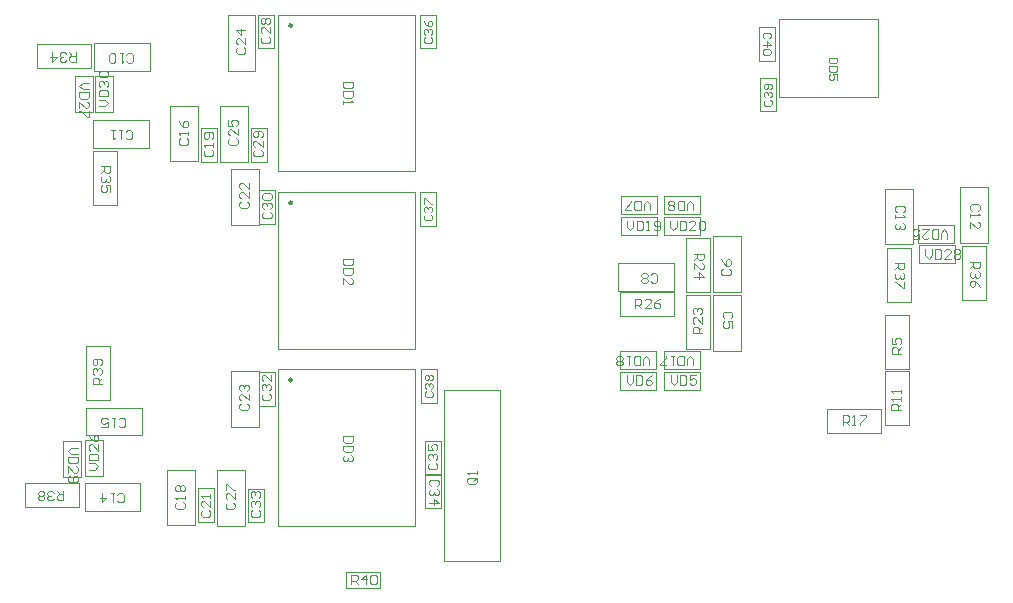
<source format=gbr>
%TF.GenerationSoftware,Altium Limited,Altium Designer,21.6.4 (81)*%
G04 Layer_Color=32768*
%FSLAX43Y43*%
%MOMM*%
%TF.SameCoordinates,C39744A4-4465-455E-AB15-BAA165A4C254*%
%TF.FilePolarity,Positive*%
%TF.FileFunction,Other,Top_Assembly*%
%TF.Part,Single*%
G01*
G75*
%TA.AperFunction,NonConductor*%
%ADD26C,0.254*%
%ADD49C,0.100*%
D26*
X30387Y18200D02*
G03*
X30387Y18200I-112J0D01*
G01*
Y48200D02*
G03*
X30387Y48200I-112J0D01*
G01*
Y33200D02*
G03*
X30387Y33200I-112J0D01*
G01*
D49*
X69912Y48059D02*
X71262D01*
X69912Y45209D02*
X71262D01*
Y48059D01*
X69912Y45209D02*
Y48059D01*
X69988Y40942D02*
X71338D01*
X69988Y43792D02*
X71338D01*
X69988Y40942D02*
Y43792D01*
X71338Y40942D02*
Y43792D01*
X71644Y42166D02*
Y48766D01*
X80044Y42166D02*
Y48766D01*
X71644D02*
X80044D01*
X71644Y42166D02*
X80044D01*
X26416Y5845D02*
Y10545D01*
X24066Y5845D02*
Y10545D01*
X26416D01*
X24066Y5845D02*
X26416D01*
X61908Y17374D02*
X64956D01*
X61908Y18898D02*
X64956D01*
Y17374D02*
Y18898D01*
X61908Y17374D02*
Y18898D01*
X58184Y17374D02*
X61232D01*
X58184Y18898D02*
X61232D01*
Y17374D02*
Y18898D01*
X58184Y17374D02*
Y18898D01*
X61857Y20625D02*
X64905D01*
X61857Y19101D02*
X64905D01*
X61857D02*
Y20625D01*
X64905Y19101D02*
Y20625D01*
X58149D02*
X61197D01*
X58149Y19101D02*
X61197D01*
X58149D02*
Y20625D01*
X61197Y19101D02*
Y20625D01*
X86987Y29784D02*
Y34484D01*
X89337Y29784D02*
Y34484D01*
X86987Y29784D02*
X89337D01*
X86987Y34484D02*
X89337D01*
X87146Y29497D02*
X89178D01*
X87146Y24925D02*
X89178D01*
Y29497D01*
X87146Y24925D02*
Y29497D01*
X58217Y33779D02*
X61265D01*
X58217Y32255D02*
X61265D01*
X58217D02*
Y33779D01*
X61265Y32255D02*
Y33779D01*
X58135Y23597D02*
Y25629D01*
X62707Y23597D02*
Y25629D01*
X58135D02*
X62707D01*
X58135Y23597D02*
X62707D01*
X14408Y10050D02*
Y13098D01*
X12884Y10050D02*
Y13098D01*
X14408D01*
X12884Y10050D02*
X14408D01*
X11029Y9964D02*
Y13012D01*
X12553Y9964D02*
Y13012D01*
X11029Y9964D02*
X12553D01*
X11029Y13012D02*
X12553D01*
X14974Y16533D02*
Y21105D01*
X12942Y16533D02*
Y21105D01*
X14974D01*
X12942Y16533D02*
X14974D01*
X12334Y7417D02*
Y9449D01*
X7762Y7417D02*
Y9449D01*
Y7417D02*
X12334D01*
X7762Y9449D02*
X12334D01*
X18338Y44359D02*
Y46709D01*
X13638Y44359D02*
Y46709D01*
Y44359D02*
X18338D01*
X13638Y46709D02*
X18338D01*
X11979Y40850D02*
Y43898D01*
X13503Y40850D02*
Y43898D01*
X11979Y40850D02*
X13503D01*
X11979Y43898D02*
X13503D01*
X15256Y40850D02*
Y43898D01*
X13732Y40850D02*
Y43898D01*
X15256D01*
X13732Y40850D02*
X15256D01*
X8804Y46591D02*
X13376D01*
X8804Y44559D02*
X13376D01*
X8804D02*
Y46591D01*
X13376Y44559D02*
Y46591D01*
X18266Y37846D02*
Y40196D01*
X13566Y37846D02*
Y40196D01*
Y37846D02*
X18266D01*
X13566Y40196D02*
X18266D01*
X26652Y36674D02*
Y41374D01*
X24302Y36674D02*
Y41374D01*
X26652D01*
X24302Y36674D02*
X26652D01*
X41685Y10146D02*
X43035D01*
X41685Y12996D02*
X43035D01*
X41685Y10146D02*
Y12996D01*
X43035Y10146D02*
Y12996D01*
X29175Y19100D02*
X40800D01*
X29175Y5850D02*
Y19100D01*
Y5850D02*
X40800D01*
Y19100D01*
X34973Y570D02*
Y1920D01*
X37823Y570D02*
Y1920D01*
X34973D02*
X37823D01*
X34973Y570D02*
X37823D01*
X19824Y5871D02*
X22174D01*
X19824Y10571D02*
X22174D01*
X19824Y5871D02*
Y10571D01*
X22174Y5871D02*
Y10571D01*
X26674Y6141D02*
X28024D01*
X26674Y8991D02*
X28024D01*
X26674Y6141D02*
Y8991D01*
X28024Y6141D02*
Y8991D01*
X22458Y6151D02*
X23808D01*
X22458Y9001D02*
X23808D01*
X22458Y6151D02*
Y9001D01*
X23808Y6151D02*
Y9001D01*
X29175Y49100D02*
X40800D01*
X29175Y35850D02*
Y49100D01*
Y35850D02*
X40800D01*
Y49100D01*
X43294Y2821D02*
X47994D01*
X43294D02*
Y10221D01*
Y17321D01*
X47994Y2821D02*
Y17321D01*
X43294D02*
X47994D01*
X41286Y16279D02*
X42636D01*
X41286Y19129D02*
X42636D01*
X41286Y16279D02*
Y19129D01*
X42636Y16279D02*
Y19129D01*
X41216Y31214D02*
X42566D01*
X41216Y34064D02*
X42566D01*
X41216Y31214D02*
Y34064D01*
X42566Y31214D02*
Y34064D01*
X41216Y46253D02*
X42566D01*
X41216Y49103D02*
X42566D01*
X41216Y46253D02*
Y49103D01*
X42566Y46253D02*
Y49103D01*
X28243Y36644D02*
Y39494D01*
X26893Y36644D02*
Y39494D01*
X28243D01*
X26893Y36644D02*
X28243D01*
X22444Y36697D02*
Y41397D01*
X20094Y36697D02*
Y41397D01*
X22444D01*
X20094Y36697D02*
X22444D01*
X24052Y36669D02*
Y39519D01*
X22702Y36669D02*
Y39519D01*
X24052D01*
X22702Y36669D02*
X24052D01*
X27591Y31338D02*
Y36038D01*
X25241Y31338D02*
Y36038D01*
X27591D01*
X25241Y31338D02*
X27591D01*
X28984Y31390D02*
Y34240D01*
X27634Y31390D02*
Y34240D01*
X28984D01*
X27634Y31390D02*
X28984D01*
X27297Y44378D02*
Y49078D01*
X24947Y44378D02*
Y49078D01*
X27297D01*
X24947Y44378D02*
X27297D01*
X28869Y46253D02*
Y49103D01*
X27519Y46253D02*
Y49103D01*
X28869D01*
X27519Y46253D02*
X28869D01*
X27574Y14236D02*
Y18936D01*
X25225Y14236D02*
Y18936D01*
X27574D01*
X25225Y14236D02*
X27574D01*
X28942Y16025D02*
Y18875D01*
X27592Y16025D02*
Y18875D01*
X28942D01*
X27592Y16025D02*
X28942D01*
X58026Y28074D02*
X62726D01*
X58026Y25724D02*
X62726D01*
X58026D02*
Y28074D01*
X62726Y25724D02*
Y28074D01*
X12963Y15838D02*
X17663D01*
X12963Y13488D02*
X17663D01*
X12963D02*
Y15838D01*
X17663Y13488D02*
Y15838D01*
X12861Y9462D02*
X17561D01*
X12861Y7112D02*
X17561D01*
X12861D02*
Y9462D01*
X17561Y7112D02*
Y9462D01*
X80612Y29657D02*
Y34357D01*
X82962Y29657D02*
Y34357D01*
X80612Y29657D02*
X82962D01*
X80612Y34357D02*
X82962D01*
X80771Y29388D02*
X82803D01*
X80771Y24816D02*
X82803D01*
Y29388D01*
X80771Y24816D02*
Y29388D01*
X86439Y29820D02*
Y31344D01*
X83391Y29820D02*
Y31344D01*
Y29820D02*
X86439D01*
X83391Y31344D02*
X86439D01*
X83477Y28049D02*
Y29573D01*
X86525Y28049D02*
Y29573D01*
X83477D02*
X86525D01*
X83477Y28049D02*
X86525D01*
X13547Y37574D02*
X15579D01*
X13547Y33002D02*
X15579D01*
Y37574D01*
X13547Y33002D02*
Y37574D01*
X40800Y20850D02*
Y34100D01*
X29175Y20850D02*
X40800D01*
X29175D02*
Y34100D01*
X40800D01*
X58217Y30452D02*
Y31976D01*
X61265Y30452D02*
Y31976D01*
X58217D02*
X61265D01*
X58217Y30452D02*
X61265D01*
X61866Y30451D02*
Y31975D01*
X64914Y30451D02*
Y31975D01*
X61866D02*
X64914D01*
X61866Y30451D02*
X64914D01*
Y32255D02*
Y33779D01*
X61866Y32255D02*
Y33779D01*
Y32255D02*
X64914D01*
X61866Y33779D02*
X64914D01*
X63769Y30199D02*
X65801D01*
X63769Y25627D02*
X65801D01*
Y30199D01*
X63769Y25627D02*
Y30199D01*
X68398Y25642D02*
Y30342D01*
X66048Y25642D02*
Y30342D01*
X68398D01*
X66048Y25642D02*
X68398D01*
X66017Y20678D02*
Y25378D01*
X68367Y20678D02*
Y25378D01*
X66017Y20678D02*
X68367D01*
X66017Y25378D02*
X68367D01*
X63737Y20844D02*
X65769D01*
X63737Y25416D02*
X65769D01*
X63737Y20844D02*
Y25416D01*
X65769Y20844D02*
Y25416D01*
X75717Y13716D02*
Y15748D01*
X80289Y13716D02*
Y15748D01*
X75717D02*
X80289D01*
X75717Y13716D02*
X80289D01*
X80580Y14335D02*
X82612D01*
X80580Y18907D02*
X82612D01*
X80580Y14335D02*
Y18907D01*
X82612Y14335D02*
Y18907D01*
X80605Y19103D02*
X82637D01*
X80605Y23675D02*
X82637D01*
X80605Y19103D02*
Y23675D01*
X82637Y19103D02*
Y23675D01*
X41685Y7376D02*
Y10226D01*
X43035Y7376D02*
Y10226D01*
X41685Y7376D02*
X43035D01*
X41685Y10226D02*
X43035D01*
X70820Y47118D02*
X70936Y47235D01*
Y47468D01*
X70820Y47584D01*
X70353D01*
X70237Y47468D01*
Y47235D01*
X70353Y47118D01*
X70237Y46535D02*
X70936D01*
X70586Y46885D01*
Y46418D01*
X70820Y46185D02*
X70936Y46068D01*
Y45835D01*
X70820Y45718D01*
X70353D01*
X70237Y45835D01*
Y46068D01*
X70353Y46185D01*
X70820D01*
X70430Y41884D02*
X70313Y41767D01*
Y41534D01*
X70430Y41417D01*
X70896D01*
X71013Y41534D01*
Y41767D01*
X70896Y41884D01*
X70430Y42117D02*
X70313Y42234D01*
Y42467D01*
X70430Y42583D01*
X70546D01*
X70663Y42467D01*
Y42350D01*
Y42467D01*
X70780Y42583D01*
X70896D01*
X71013Y42467D01*
Y42234D01*
X70896Y42117D01*
Y42817D02*
X71013Y42933D01*
Y43167D01*
X70896Y43283D01*
X70430D01*
X70313Y43167D01*
Y42933D01*
X70430Y42817D01*
X70546D01*
X70663Y42933D01*
Y43283D01*
X76544Y45466D02*
X75844D01*
Y45116D01*
X75961Y44999D01*
X76428D01*
X76544Y45116D01*
Y45466D01*
Y44766D02*
X75844D01*
Y44416D01*
X75961Y44300D01*
X76428D01*
X76544Y44416D01*
Y44766D01*
Y43600D02*
Y44066D01*
X76194D01*
X76311Y43833D01*
Y43717D01*
X76194Y43600D01*
X75961D01*
X75844Y43717D01*
Y43950D01*
X75961Y44066D01*
X24899Y7803D02*
X24766Y7670D01*
Y7404D01*
X24899Y7270D01*
X25432D01*
X25566Y7404D01*
Y7670D01*
X25432Y7803D01*
X25566Y8603D02*
Y8070D01*
X25033Y8603D01*
X24899D01*
X24766Y8470D01*
Y8203D01*
X24899Y8070D01*
X24766Y8870D02*
Y9403D01*
X24899D01*
X25432Y8870D01*
X25566D01*
X62457Y18585D02*
Y18052D01*
X62723Y17786D01*
X62990Y18052D01*
Y18585D01*
X63257D02*
Y17786D01*
X63656D01*
X63790Y17919D01*
Y18452D01*
X63656Y18585D01*
X63257D01*
X64589D02*
X64056D01*
Y18185D01*
X64323Y18319D01*
X64456D01*
X64589Y18185D01*
Y17919D01*
X64456Y17786D01*
X64190D01*
X64056Y17919D01*
X58733Y18585D02*
Y18052D01*
X59000Y17786D01*
X59266Y18052D01*
Y18585D01*
X59533D02*
Y17786D01*
X59933D01*
X60066Y17919D01*
Y18452D01*
X59933Y18585D01*
X59533D01*
X60866D02*
X60599Y18452D01*
X60333Y18185D01*
Y17919D01*
X60466Y17786D01*
X60733D01*
X60866Y17919D01*
Y18052D01*
X60733Y18185D01*
X60333D01*
X64356Y19413D02*
Y19946D01*
X64089Y20213D01*
X63823Y19946D01*
Y19413D01*
X63556D02*
Y20213D01*
X63156D01*
X63023Y20079D01*
Y19546D01*
X63156Y19413D01*
X63556D01*
X62757Y20213D02*
X62490D01*
X62623D01*
Y19413D01*
X62757Y19546D01*
X62090Y19413D02*
X61557D01*
Y19546D01*
X62090Y20079D01*
Y20213D01*
X60648Y19413D02*
Y19946D01*
X60381Y20213D01*
X60114Y19946D01*
Y19413D01*
X59848D02*
Y20213D01*
X59448D01*
X59315Y20079D01*
Y19546D01*
X59448Y19413D01*
X59848D01*
X59048Y20213D02*
X58782D01*
X58915D01*
Y19413D01*
X59048Y19546D01*
X58382D02*
X58248Y19413D01*
X57982D01*
X57848Y19546D01*
Y19679D01*
X57982Y19813D01*
X57848Y19946D01*
Y20079D01*
X57982Y20213D01*
X58248D01*
X58382Y20079D01*
Y19946D01*
X58248Y19813D01*
X58382Y19679D01*
Y19546D01*
X58248Y19813D02*
X57982D01*
X88504Y32525D02*
X88637Y32659D01*
Y32925D01*
X88504Y33059D01*
X87971D01*
X87837Y32925D01*
Y32659D01*
X87971Y32525D01*
X87837Y32259D02*
Y31992D01*
Y32126D01*
X88637D01*
X88504Y32259D01*
X87837Y31059D02*
Y31592D01*
X88370Y31059D01*
X88504D01*
X88637Y31193D01*
Y31459D01*
X88504Y31592D01*
X87812Y28186D02*
X88612D01*
Y27787D01*
X88479Y27653D01*
X88212D01*
X88079Y27787D01*
Y28186D01*
Y27920D02*
X87812Y27653D01*
X88479Y27387D02*
X88612Y27253D01*
Y26987D01*
X88479Y26853D01*
X88345D01*
X88212Y26987D01*
Y27120D01*
Y26987D01*
X88079Y26853D01*
X87946D01*
X87812Y26987D01*
Y27253D01*
X87946Y27387D01*
X88612Y26054D02*
X88479Y26320D01*
X88212Y26587D01*
X87946D01*
X87812Y26454D01*
Y26187D01*
X87946Y26054D01*
X88079D01*
X88212Y26187D01*
Y26587D01*
X60716Y32567D02*
Y33100D01*
X60449Y33367D01*
X60183Y33100D01*
Y32567D01*
X59916D02*
Y33367D01*
X59516D01*
X59383Y33233D01*
Y32700D01*
X59516Y32567D01*
X59916D01*
X59116D02*
X58583D01*
Y32700D01*
X59116Y33233D01*
Y33367D01*
X59446Y24263D02*
Y25062D01*
X59846D01*
X59979Y24929D01*
Y24662D01*
X59846Y24529D01*
X59446D01*
X59712D02*
X59979Y24263D01*
X60779D02*
X60246D01*
X60779Y24796D01*
Y24929D01*
X60645Y25062D01*
X60379D01*
X60246Y24929D01*
X61578Y25062D02*
X61312Y24929D01*
X61045Y24662D01*
Y24396D01*
X61179Y24263D01*
X61445D01*
X61578Y24396D01*
Y24529D01*
X61445Y24662D01*
X61045D01*
X13196Y10599D02*
X13729D01*
X13996Y10865D01*
X13729Y11132D01*
X13196D01*
Y11398D02*
X13996D01*
Y11798D01*
X13862Y11931D01*
X13329D01*
X13196Y11798D01*
Y11398D01*
X13996Y12731D02*
Y12198D01*
X13462Y12731D01*
X13329D01*
X13196Y12598D01*
Y12331D01*
X13329Y12198D01*
X13196Y13531D02*
X13329Y13264D01*
X13596Y12998D01*
X13862D01*
X13996Y13131D01*
Y13398D01*
X13862Y13531D01*
X13729D01*
X13596Y13398D01*
Y12998D01*
X12241Y12463D02*
X11708D01*
X11441Y12196D01*
X11708Y11930D01*
X12241D01*
Y11663D02*
X11441D01*
Y11263D01*
X11575Y11130D01*
X12108D01*
X12241Y11263D01*
Y11663D01*
X11441Y10330D02*
Y10863D01*
X11974Y10330D01*
X12108D01*
X12241Y10464D01*
Y10730D01*
X12108Y10863D01*
X11575Y10064D02*
X11441Y9930D01*
Y9664D01*
X11575Y9531D01*
X12108D01*
X12241Y9664D01*
Y9930D01*
X12108Y10064D01*
X11974D01*
X11841Y9930D01*
Y9531D01*
X14308Y17844D02*
X13508D01*
Y18244D01*
X13642Y18377D01*
X13908D01*
X14041Y18244D01*
Y17844D01*
Y18111D02*
X14308Y18377D01*
X13642Y18644D02*
X13508Y18777D01*
Y19044D01*
X13642Y19177D01*
X13775D01*
X13908Y19044D01*
Y18910D01*
Y19044D01*
X14041Y19177D01*
X14175D01*
X14308Y19044D01*
Y18777D01*
X14175Y18644D01*
Y19444D02*
X14308Y19577D01*
Y19843D01*
X14175Y19977D01*
X13642D01*
X13508Y19843D01*
Y19577D01*
X13642Y19444D01*
X13775D01*
X13908Y19577D01*
Y19977D01*
X11023Y8783D02*
Y7983D01*
X10623D01*
X10490Y8117D01*
Y8383D01*
X10623Y8516D01*
X11023D01*
X10756D02*
X10490Y8783D01*
X10223Y8117D02*
X10090Y7983D01*
X9823D01*
X9690Y8117D01*
Y8250D01*
X9823Y8383D01*
X9957D01*
X9823D01*
X9690Y8516D01*
Y8650D01*
X9823Y8783D01*
X10090D01*
X10223Y8650D01*
X9423Y8117D02*
X9290Y7983D01*
X9024D01*
X8890Y8117D01*
Y8250D01*
X9024Y8383D01*
X8890Y8516D01*
Y8650D01*
X9024Y8783D01*
X9290D01*
X9423Y8650D01*
Y8516D01*
X9290Y8383D01*
X9423Y8250D01*
Y8117D01*
X9290Y8383D02*
X9024D01*
X16379Y45193D02*
X16513Y45060D01*
X16779D01*
X16913Y45193D01*
Y45726D01*
X16779Y45859D01*
X16513D01*
X16379Y45726D01*
X16113Y45859D02*
X15846D01*
X15980D01*
Y45060D01*
X16113Y45193D01*
X15446D02*
X15313Y45060D01*
X15047D01*
X14913Y45193D01*
Y45726D01*
X15047Y45859D01*
X15313D01*
X15446Y45726D01*
Y45193D01*
X13191Y43349D02*
X12658D01*
X12391Y43083D01*
X12658Y42816D01*
X13191D01*
Y42550D02*
X12391D01*
Y42150D01*
X12524Y42016D01*
X13057D01*
X13191Y42150D01*
Y42550D01*
X12391Y41217D02*
Y41750D01*
X12924Y41217D01*
X13057D01*
X13191Y41350D01*
Y41616D01*
X13057Y41750D01*
X13191Y40950D02*
Y40417D01*
X13057D01*
X12524Y40950D01*
X12391D01*
X14044Y41399D02*
X14577D01*
X14844Y41666D01*
X14577Y41932D01*
X14044D01*
Y42199D02*
X14844D01*
Y42599D01*
X14710Y42732D01*
X14177D01*
X14044Y42599D01*
Y42199D01*
X14177Y42999D02*
X14044Y43132D01*
Y43399D01*
X14177Y43532D01*
X14310D01*
X14444Y43399D01*
Y43265D01*
Y43399D01*
X14577Y43532D01*
X14710D01*
X14844Y43399D01*
Y43132D01*
X14710Y42999D01*
X14177Y43798D02*
X14044Y43932D01*
Y44198D01*
X14177Y44332D01*
X14710D01*
X14844Y44198D01*
Y43932D01*
X14710Y43798D01*
X14177D01*
X12065Y45925D02*
Y45125D01*
X11665D01*
X11532Y45258D01*
Y45525D01*
X11665Y45658D01*
X12065D01*
X11798D02*
X11532Y45925D01*
X11265Y45258D02*
X11132Y45125D01*
X10865D01*
X10732Y45258D01*
Y45391D01*
X10865Y45525D01*
X10999D01*
X10865D01*
X10732Y45658D01*
Y45791D01*
X10865Y45925D01*
X11132D01*
X11265Y45791D01*
X10066Y45925D02*
Y45125D01*
X10466Y45525D01*
X9932D01*
X16308Y38680D02*
X16441Y38547D01*
X16708D01*
X16841Y38680D01*
Y39213D01*
X16708Y39346D01*
X16441D01*
X16308Y39213D01*
X16041Y39346D02*
X15775D01*
X15908D01*
Y38547D01*
X16041Y38680D01*
X15375Y39346D02*
X15108D01*
X15242D01*
Y38547D01*
X15375Y38680D01*
X25136Y38632D02*
X25003Y38499D01*
Y38232D01*
X25136Y38099D01*
X25669D01*
X25802Y38232D01*
Y38499D01*
X25669Y38632D01*
X25802Y39432D02*
Y38899D01*
X25269Y39432D01*
X25136D01*
X25003Y39298D01*
Y39032D01*
X25136Y38899D01*
X25003Y40231D02*
Y39698D01*
X25403D01*
X25269Y39965D01*
Y40098D01*
X25403Y40231D01*
X25669D01*
X25802Y40098D01*
Y39832D01*
X25669Y39698D01*
X42044Y11154D02*
X41911Y11021D01*
Y10754D01*
X42044Y10621D01*
X42577D01*
X42710Y10754D01*
Y11021D01*
X42577Y11154D01*
X42044Y11420D02*
X41911Y11554D01*
Y11820D01*
X42044Y11954D01*
X42177D01*
X42311Y11820D01*
Y11687D01*
Y11820D01*
X42444Y11954D01*
X42577D01*
X42710Y11820D01*
Y11554D01*
X42577Y11420D01*
X41911Y12753D02*
Y12220D01*
X42311D01*
X42177Y12487D01*
Y12620D01*
X42311Y12753D01*
X42577D01*
X42710Y12620D01*
Y12354D01*
X42577Y12220D01*
X35525Y13425D02*
X34725D01*
Y13025D01*
X34858Y12892D01*
X35391D01*
X35525Y13025D01*
Y13425D01*
Y12626D02*
X34725D01*
Y12226D01*
X34858Y12092D01*
X35391D01*
X35525Y12226D01*
Y12626D01*
X35391Y11826D02*
X35525Y11693D01*
Y11426D01*
X35391Y11293D01*
X35258D01*
X35125Y11426D01*
Y11559D01*
Y11426D01*
X34992Y11293D01*
X34858D01*
X34725Y11426D01*
Y11693D01*
X34858Y11826D01*
X35423Y895D02*
Y1694D01*
X35823D01*
X35956Y1561D01*
Y1294D01*
X35823Y1161D01*
X35423D01*
X35690D02*
X35956Y895D01*
X36623D02*
Y1694D01*
X36223Y1294D01*
X36756D01*
X37023Y1561D02*
X37156Y1694D01*
X37423D01*
X37556Y1561D01*
Y1028D01*
X37423Y895D01*
X37156D01*
X37023Y1028D01*
Y1561D01*
X20658Y7829D02*
X20524Y7696D01*
Y7429D01*
X20658Y7296D01*
X21191D01*
X21324Y7429D01*
Y7696D01*
X21191Y7829D01*
X21324Y8095D02*
Y8362D01*
Y8229D01*
X20524D01*
X20658Y8095D01*
Y8762D02*
X20524Y8895D01*
Y9162D01*
X20658Y9295D01*
X20791D01*
X20924Y9162D01*
X21057Y9295D01*
X21191D01*
X21324Y9162D01*
Y8895D01*
X21191Y8762D01*
X21057D01*
X20924Y8895D01*
X20791Y8762D01*
X20658D01*
X20924Y8895D02*
Y9162D01*
X27033Y7149D02*
X26899Y7016D01*
Y6749D01*
X27033Y6616D01*
X27566D01*
X27699Y6749D01*
Y7016D01*
X27566Y7149D01*
X27033Y7416D02*
X26899Y7549D01*
Y7816D01*
X27033Y7949D01*
X27166D01*
X27299Y7816D01*
Y7682D01*
Y7816D01*
X27432Y7949D01*
X27566D01*
X27699Y7816D01*
Y7549D01*
X27566Y7416D01*
X27033Y8215D02*
X26899Y8349D01*
Y8615D01*
X27033Y8749D01*
X27166D01*
X27299Y8615D01*
Y8482D01*
Y8615D01*
X27432Y8749D01*
X27566D01*
X27699Y8615D01*
Y8349D01*
X27566Y8215D01*
X22816Y7159D02*
X22683Y7026D01*
Y6759D01*
X22816Y6626D01*
X23349D01*
X23483Y6759D01*
Y7026D01*
X23349Y7159D01*
X23483Y7959D02*
Y7426D01*
X22949Y7959D01*
X22816D01*
X22683Y7826D01*
Y7559D01*
X22816Y7426D01*
X23483Y8225D02*
Y8492D01*
Y8359D01*
X22683D01*
X22816Y8225D01*
X35525Y43425D02*
X34725D01*
Y43025D01*
X34858Y42892D01*
X35391D01*
X35525Y43025D01*
Y43425D01*
Y42625D02*
X34725D01*
Y42225D01*
X34858Y42092D01*
X35391D01*
X35525Y42225D01*
Y42625D01*
X34725Y41826D02*
Y41559D01*
Y41692D01*
X35525D01*
X35391Y41826D01*
X45886Y9929D02*
X45352D01*
X45219Y9796D01*
Y9529D01*
X45352Y9396D01*
X45886D01*
X46019Y9529D01*
Y9796D01*
X45752Y9662D02*
X46019Y9929D01*
Y9796D02*
X45886Y9929D01*
X46019Y10196D02*
Y10462D01*
Y10329D01*
X45219D01*
X45352Y10196D01*
X41728Y17220D02*
X41611Y17104D01*
Y16870D01*
X41728Y16754D01*
X42194D01*
X42311Y16870D01*
Y17104D01*
X42194Y17220D01*
X41728Y17454D02*
X41611Y17570D01*
Y17803D01*
X41728Y17920D01*
X41844D01*
X41961Y17803D01*
Y17687D01*
Y17803D01*
X42078Y17920D01*
X42194D01*
X42311Y17803D01*
Y17570D01*
X42194Y17454D01*
X41728Y18153D02*
X41611Y18270D01*
Y18503D01*
X41728Y18620D01*
X41844D01*
X41961Y18503D01*
X42078Y18620D01*
X42194D01*
X42311Y18503D01*
Y18270D01*
X42194Y18153D01*
X42078D01*
X41961Y18270D01*
X41844Y18153D01*
X41728D01*
X41961Y18270D02*
Y18503D01*
X41658Y32156D02*
X41541Y32039D01*
Y31806D01*
X41658Y31689D01*
X42124D01*
X42241Y31806D01*
Y32039D01*
X42124Y32156D01*
X41658Y32389D02*
X41541Y32505D01*
Y32739D01*
X41658Y32855D01*
X41774D01*
X41891Y32739D01*
Y32622D01*
Y32739D01*
X42007Y32855D01*
X42124D01*
X42241Y32739D01*
Y32505D01*
X42124Y32389D01*
X41541Y33089D02*
Y33555D01*
X41658D01*
X42124Y33089D01*
X42241D01*
X41658Y47194D02*
X41541Y47078D01*
Y46844D01*
X41658Y46728D01*
X42124D01*
X42241Y46844D01*
Y47078D01*
X42124Y47194D01*
X41658Y47428D02*
X41541Y47544D01*
Y47777D01*
X41658Y47894D01*
X41774D01*
X41891Y47777D01*
Y47661D01*
Y47777D01*
X42007Y47894D01*
X42124D01*
X42241Y47777D01*
Y47544D01*
X42124Y47428D01*
X41541Y48594D02*
X41658Y48361D01*
X41891Y48127D01*
X42124D01*
X42241Y48244D01*
Y48477D01*
X42124Y48594D01*
X42007D01*
X41891Y48477D01*
Y48127D01*
X27252Y37652D02*
X27119Y37519D01*
Y37252D01*
X27252Y37119D01*
X27785D01*
X27918Y37252D01*
Y37519D01*
X27785Y37652D01*
X27918Y38452D02*
Y37919D01*
X27385Y38452D01*
X27252D01*
X27119Y38319D01*
Y38052D01*
X27252Y37919D01*
X27785Y38718D02*
X27918Y38852D01*
Y39118D01*
X27785Y39252D01*
X27252D01*
X27119Y39118D01*
Y38852D01*
X27252Y38718D01*
X27385D01*
X27518Y38852D01*
Y39252D01*
X20928Y38655D02*
X20794Y38521D01*
Y38255D01*
X20928Y38122D01*
X21461D01*
X21594Y38255D01*
Y38521D01*
X21461Y38655D01*
X21594Y38921D02*
Y39188D01*
Y39055D01*
X20794D01*
X20928Y38921D01*
X20794Y40121D02*
X20928Y39854D01*
X21194Y39588D01*
X21461D01*
X21594Y39721D01*
Y39988D01*
X21461Y40121D01*
X21328D01*
X21194Y39988D01*
Y39588D01*
X23061Y37678D02*
X22928Y37544D01*
Y37278D01*
X23061Y37144D01*
X23594D01*
X23727Y37278D01*
Y37544D01*
X23594Y37678D01*
X23727Y37944D02*
Y38211D01*
Y38077D01*
X22928D01*
X23061Y37944D01*
X23594Y38611D02*
X23727Y38744D01*
Y39010D01*
X23594Y39144D01*
X23061D01*
X22928Y39010D01*
Y38744D01*
X23061Y38611D01*
X23194D01*
X23327Y38744D01*
Y39144D01*
X26074Y33296D02*
X25941Y33162D01*
Y32896D01*
X26074Y32763D01*
X26607D01*
X26741Y32896D01*
Y33162D01*
X26607Y33296D01*
X26741Y34095D02*
Y33562D01*
X26208Y34095D01*
X26074D01*
X25941Y33962D01*
Y33696D01*
X26074Y33562D01*
X26741Y34895D02*
Y34362D01*
X26208Y34895D01*
X26074D01*
X25941Y34762D01*
Y34495D01*
X26074Y34362D01*
X27993Y32398D02*
X27860Y32265D01*
Y31998D01*
X27993Y31865D01*
X28526D01*
X28659Y31998D01*
Y32265D01*
X28526Y32398D01*
X27993Y32665D02*
X27860Y32798D01*
Y33065D01*
X27993Y33198D01*
X28126D01*
X28260Y33065D01*
Y32931D01*
Y33065D01*
X28393Y33198D01*
X28526D01*
X28659Y33065D01*
Y32798D01*
X28526Y32665D01*
X27993Y33464D02*
X27860Y33598D01*
Y33864D01*
X27993Y33998D01*
X28526D01*
X28659Y33864D01*
Y33598D01*
X28526Y33464D01*
X27993D01*
X25781Y46336D02*
X25648Y46203D01*
Y45936D01*
X25781Y45803D01*
X26314D01*
X26447Y45936D01*
Y46203D01*
X26314Y46336D01*
X26447Y47136D02*
Y46602D01*
X25914Y47136D01*
X25781D01*
X25648Y47002D01*
Y46736D01*
X25781Y46602D01*
X26447Y47802D02*
X25648D01*
X26048Y47402D01*
Y47935D01*
X27878Y47261D02*
X27744Y47128D01*
Y46861D01*
X27878Y46728D01*
X28411D01*
X28544Y46861D01*
Y47128D01*
X28411Y47261D01*
X28544Y48061D02*
Y47527D01*
X28011Y48061D01*
X27878D01*
X27744Y47927D01*
Y47661D01*
X27878Y47527D01*
Y48327D02*
X27744Y48460D01*
Y48727D01*
X27878Y48860D01*
X28011D01*
X28144Y48727D01*
X28277Y48860D01*
X28411D01*
X28544Y48727D01*
Y48460D01*
X28411Y48327D01*
X28277D01*
X28144Y48460D01*
X28011Y48327D01*
X27878D01*
X28144Y48460D02*
Y48727D01*
X26058Y16194D02*
X25925Y16061D01*
Y15794D01*
X26058Y15661D01*
X26591D01*
X26725Y15794D01*
Y16061D01*
X26591Y16194D01*
X26725Y16994D02*
Y16461D01*
X26191Y16994D01*
X26058D01*
X25925Y16861D01*
Y16594D01*
X26058Y16461D01*
Y17261D02*
X25925Y17394D01*
Y17661D01*
X26058Y17794D01*
X26191D01*
X26325Y17661D01*
Y17527D01*
Y17661D01*
X26458Y17794D01*
X26591D01*
X26725Y17661D01*
Y17394D01*
X26591Y17261D01*
X27951Y17033D02*
X27818Y16900D01*
Y16633D01*
X27951Y16500D01*
X28484D01*
X28617Y16633D01*
Y16900D01*
X28484Y17033D01*
X27951Y17300D02*
X27818Y17433D01*
Y17699D01*
X27951Y17833D01*
X28084D01*
X28218Y17699D01*
Y17566D01*
Y17699D01*
X28351Y17833D01*
X28484D01*
X28617Y17699D01*
Y17433D01*
X28484Y17300D01*
X28617Y18632D02*
Y18099D01*
X28084Y18632D01*
X27951D01*
X27818Y18499D01*
Y18233D01*
X27951Y18099D01*
X60768Y26557D02*
X60901Y26424D01*
X61168D01*
X61301Y26557D01*
Y27090D01*
X61168Y27224D01*
X60901D01*
X60768Y27090D01*
X60501Y26557D02*
X60368Y26424D01*
X60101D01*
X59968Y26557D01*
Y26690D01*
X60101Y26824D01*
X59968Y26957D01*
Y27090D01*
X60101Y27224D01*
X60368D01*
X60501Y27090D01*
Y26957D01*
X60368Y26824D01*
X60501Y26690D01*
Y26557D01*
X60368Y26824D02*
X60101D01*
X15705Y14321D02*
X15838Y14188D01*
X16105D01*
X16238Y14321D01*
Y14854D01*
X16105Y14988D01*
X15838D01*
X15705Y14854D01*
X15438Y14988D02*
X15172D01*
X15305D01*
Y14188D01*
X15438Y14321D01*
X14239Y14188D02*
X14772D01*
Y14588D01*
X14505Y14455D01*
X14372D01*
X14239Y14588D01*
Y14854D01*
X14372Y14988D01*
X14639D01*
X14772Y14854D01*
X15603Y7946D02*
X15737Y7813D01*
X16003D01*
X16136Y7946D01*
Y8479D01*
X16003Y8612D01*
X15737D01*
X15603Y8479D01*
X15337Y8612D02*
X15070D01*
X15203D01*
Y7813D01*
X15337Y7946D01*
X14270Y8612D02*
Y7813D01*
X14670Y8212D01*
X14137D01*
X82128Y32398D02*
X82262Y32532D01*
Y32798D01*
X82128Y32932D01*
X81595D01*
X81462Y32798D01*
Y32532D01*
X81595Y32398D01*
X81462Y32132D02*
Y31865D01*
Y31999D01*
X82262D01*
X82128Y32132D01*
Y31465D02*
X82262Y31332D01*
Y31066D01*
X82128Y30932D01*
X81995D01*
X81862Y31066D01*
Y31199D01*
Y31066D01*
X81728Y30932D01*
X81595D01*
X81462Y31066D01*
Y31332D01*
X81595Y31465D01*
X81437Y28077D02*
X82237D01*
Y27677D01*
X82103Y27544D01*
X81837D01*
X81703Y27677D01*
Y28077D01*
Y27810D02*
X81437Y27544D01*
X82103Y27277D02*
X82237Y27144D01*
Y26877D01*
X82103Y26744D01*
X81970D01*
X81837Y26877D01*
Y27010D01*
Y26877D01*
X81703Y26744D01*
X81570D01*
X81437Y26877D01*
Y27144D01*
X81570Y27277D01*
X82237Y26477D02*
Y25944D01*
X82103D01*
X81570Y26477D01*
X81437D01*
X85890Y30132D02*
Y30665D01*
X85624Y30932D01*
X85357Y30665D01*
Y30132D01*
X85091D02*
Y30932D01*
X84691D01*
X84558Y30798D01*
Y30265D01*
X84691Y30132D01*
X85091D01*
X83758Y30932D02*
X84291D01*
X83758Y30398D01*
Y30265D01*
X83891Y30132D01*
X84158D01*
X84291Y30265D01*
X82958Y30132D02*
X83491D01*
Y30532D01*
X83225Y30398D01*
X83091D01*
X82958Y30532D01*
Y30798D01*
X83091Y30932D01*
X83358D01*
X83491Y30798D01*
X84026Y29261D02*
Y28728D01*
X84293Y28461D01*
X84560Y28728D01*
Y29261D01*
X84826D02*
Y28461D01*
X85226D01*
X85359Y28594D01*
Y29128D01*
X85226Y29261D01*
X84826D01*
X86159Y28461D02*
X85626D01*
X86159Y28994D01*
Y29128D01*
X86026Y29261D01*
X85759D01*
X85626Y29128D01*
X86426D02*
X86559Y29261D01*
X86826D01*
X86959Y29128D01*
Y28994D01*
X86826Y28861D01*
X86959Y28728D01*
Y28594D01*
X86826Y28461D01*
X86559D01*
X86426Y28594D01*
Y28728D01*
X86559Y28861D01*
X86426Y28994D01*
Y29128D01*
X86559Y28861D02*
X86826D01*
X14213Y36263D02*
X15012D01*
Y35863D01*
X14879Y35729D01*
X14612D01*
X14479Y35863D01*
Y36263D01*
Y35996D02*
X14213Y35729D01*
X14879Y35463D02*
X15012Y35330D01*
Y35063D01*
X14879Y34930D01*
X14746D01*
X14612Y35063D01*
Y35196D01*
Y35063D01*
X14479Y34930D01*
X14346D01*
X14213Y35063D01*
Y35330D01*
X14346Y35463D01*
X15012Y34130D02*
Y34663D01*
X14612D01*
X14746Y34397D01*
Y34263D01*
X14612Y34130D01*
X14346D01*
X14213Y34263D01*
Y34530D01*
X14346Y34663D01*
X35525Y28425D02*
X34725D01*
Y28025D01*
X34858Y27892D01*
X35391D01*
X35525Y28025D01*
Y28425D01*
Y27625D02*
X34725D01*
Y27225D01*
X34858Y27092D01*
X35391D01*
X35525Y27225D01*
Y27625D01*
X34725Y26292D02*
Y26826D01*
X35258Y26292D01*
X35391D01*
X35525Y26426D01*
Y26692D01*
X35391Y26826D01*
X58766Y31664D02*
Y31131D01*
X59032Y30864D01*
X59299Y31131D01*
Y31664D01*
X59566D02*
Y30864D01*
X59965D01*
X60099Y30997D01*
Y31530D01*
X59965Y31664D01*
X59566D01*
X60365Y30864D02*
X60632D01*
X60499D01*
Y31664D01*
X60365Y31530D01*
X61032Y30997D02*
X61165Y30864D01*
X61432D01*
X61565Y30997D01*
Y31530D01*
X61432Y31664D01*
X61165D01*
X61032Y31530D01*
Y31397D01*
X61165Y31264D01*
X61565D01*
X62415Y31663D02*
Y31130D01*
X62681Y30863D01*
X62948Y31130D01*
Y31663D01*
X63214D02*
Y30863D01*
X63614D01*
X63748Y30997D01*
Y31530D01*
X63614Y31663D01*
X63214D01*
X64547Y30863D02*
X64014D01*
X64547Y31396D01*
Y31530D01*
X64414Y31663D01*
X64147D01*
X64014Y31530D01*
X64814D02*
X64947Y31663D01*
X65214D01*
X65347Y31530D01*
Y30997D01*
X65214Y30863D01*
X64947D01*
X64814Y30997D01*
Y31530D01*
X64365Y32567D02*
Y33100D01*
X64098Y33367D01*
X63831Y33100D01*
Y32567D01*
X63565D02*
Y33367D01*
X63165D01*
X63032Y33233D01*
Y32700D01*
X63165Y32567D01*
X63565D01*
X62765Y32700D02*
X62632Y32567D01*
X62365D01*
X62232Y32700D01*
Y32834D01*
X62365Y32967D01*
X62232Y33100D01*
Y33233D01*
X62365Y33367D01*
X62632D01*
X62765Y33233D01*
Y33100D01*
X62632Y32967D01*
X62765Y32834D01*
Y32700D01*
X62632Y32967D02*
X62365D01*
X64435Y28888D02*
X65235D01*
Y28488D01*
X65101Y28355D01*
X64835D01*
X64702Y28488D01*
Y28888D01*
Y28621D02*
X64435Y28355D01*
Y27555D02*
Y28088D01*
X64968Y27555D01*
X65101D01*
X65235Y27688D01*
Y27955D01*
X65101Y28088D01*
X64435Y26889D02*
X65235D01*
X64835Y27289D01*
Y26755D01*
X66882Y27600D02*
X66749Y27467D01*
Y27200D01*
X66882Y27067D01*
X67415D01*
X67548Y27200D01*
Y27467D01*
X67415Y27600D01*
X66749Y28400D02*
X66882Y28133D01*
X67149Y27867D01*
X67415D01*
X67548Y28000D01*
Y28266D01*
X67415Y28400D01*
X67282D01*
X67149Y28266D01*
Y27867D01*
X67533Y23420D02*
X67667Y23553D01*
Y23820D01*
X67533Y23953D01*
X67000D01*
X66867Y23820D01*
Y23553D01*
X67000Y23420D01*
X67667Y22620D02*
Y23153D01*
X67267D01*
X67400Y22887D01*
Y22753D01*
X67267Y22620D01*
X67000D01*
X66867Y22753D01*
Y23020D01*
X67000Y23153D01*
X65103Y22155D02*
X64304D01*
Y22555D01*
X64437Y22688D01*
X64704D01*
X64837Y22555D01*
Y22155D01*
Y22421D02*
X65103Y22688D01*
Y23488D02*
Y22955D01*
X64570Y23488D01*
X64437D01*
X64304Y23354D01*
Y23088D01*
X64437Y22955D01*
Y23754D02*
X64304Y23888D01*
Y24154D01*
X64437Y24287D01*
X64570D01*
X64704Y24154D01*
Y24021D01*
Y24154D01*
X64837Y24287D01*
X64970D01*
X65103Y24154D01*
Y23888D01*
X64970Y23754D01*
X77028Y14382D02*
Y15182D01*
X77428D01*
X77562Y15048D01*
Y14782D01*
X77428Y14649D01*
X77028D01*
X77295D02*
X77562Y14382D01*
X77828D02*
X78095D01*
X77961D01*
Y15182D01*
X77828Y15048D01*
X78495Y15182D02*
X79028D01*
Y15048D01*
X78495Y14515D01*
Y14382D01*
X81946Y15646D02*
X81146D01*
Y16046D01*
X81280Y16180D01*
X81546D01*
X81679Y16046D01*
Y15646D01*
Y15913D02*
X81946Y16180D01*
Y16446D02*
Y16713D01*
Y16579D01*
X81146D01*
X81280Y16446D01*
X81946Y17113D02*
Y17379D01*
Y17246D01*
X81146D01*
X81280Y17113D01*
X81971Y20414D02*
X81172D01*
Y20814D01*
X81305Y20947D01*
X81572D01*
X81705Y20814D01*
Y20414D01*
Y20680D02*
X81971Y20947D01*
X81172Y21747D02*
Y21214D01*
X81572D01*
X81438Y21480D01*
Y21613D01*
X81572Y21747D01*
X81838D01*
X81971Y21613D01*
Y21347D01*
X81838Y21214D01*
X42677Y9218D02*
X42810Y9351D01*
Y9618D01*
X42677Y9751D01*
X42144D01*
X42010Y9618D01*
Y9351D01*
X42144Y9218D01*
X42677Y8951D02*
X42810Y8818D01*
Y8551D01*
X42677Y8418D01*
X42544D01*
X42410Y8551D01*
Y8684D01*
Y8551D01*
X42277Y8418D01*
X42144D01*
X42010Y8551D01*
Y8818D01*
X42144Y8951D01*
X42010Y7751D02*
X42810D01*
X42410Y8151D01*
Y7618D01*
%TF.MD5,b445c5f96f772b6ede3a99018b77e0dd*%
M02*

</source>
